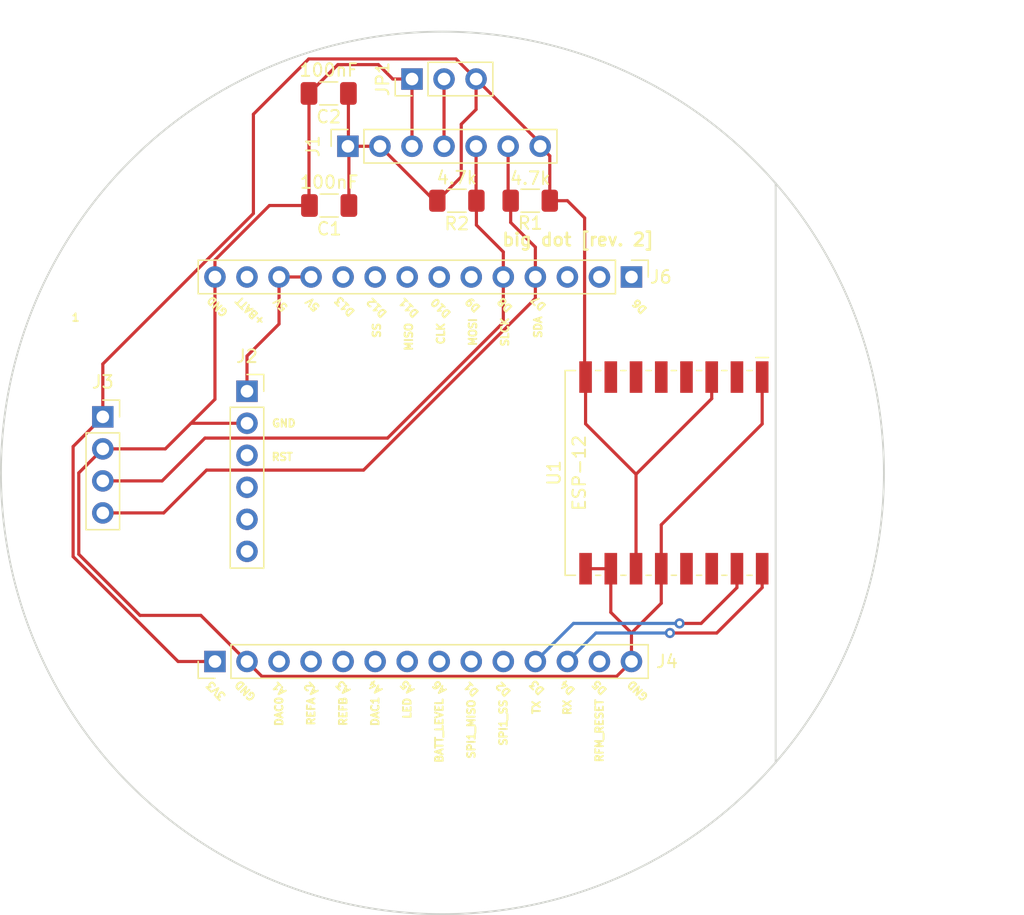
<source format=kicad_pcb>
(kicad_pcb (version 20171130) (host pcbnew 5.1.10)

  (general
    (thickness 1.6)
    (drawings 49)
    (tracks 103)
    (zones 0)
    (modules 15)
    (nets 38)
  )

  (page A4)
  (layers
    (0 F.Cu signal)
    (31 B.Cu signal)
    (32 B.Adhes user)
    (33 F.Adhes user)
    (34 B.Paste user)
    (35 F.Paste user)
    (36 B.SilkS user)
    (37 F.SilkS user)
    (38 B.Mask user)
    (39 F.Mask user)
    (40 Dwgs.User user)
    (41 Cmts.User user)
    (42 Eco1.User user)
    (43 Eco2.User user)
    (44 Edge.Cuts user)
    (45 Margin user)
    (46 B.CrtYd user)
    (47 F.CrtYd user)
    (48 B.Fab user)
    (49 F.Fab user)
  )

  (setup
    (last_trace_width 0.25)
    (trace_clearance 0.2)
    (zone_clearance 0.508)
    (zone_45_only yes)
    (trace_min 0.2)
    (via_size 0.8)
    (via_drill 0.4)
    (via_min_size 0.4)
    (via_min_drill 0.3)
    (uvia_size 0.3)
    (uvia_drill 0.1)
    (uvias_allowed no)
    (uvia_min_size 0.2)
    (uvia_min_drill 0.1)
    (edge_width 0.15)
    (segment_width 0.2)
    (pcb_text_width 0.3)
    (pcb_text_size 1.5 1.5)
    (mod_edge_width 0.15)
    (mod_text_size 1 1)
    (mod_text_width 0.15)
    (pad_size 1.3 1.75)
    (pad_drill 0)
    (pad_to_mask_clearance 0.0508)
    (solder_mask_min_width 0.25)
    (aux_axis_origin 0 0)
    (grid_origin 150 100)
    (visible_elements FFFFFF7F)
    (pcbplotparams
      (layerselection 0x010fc_ffffffff)
      (usegerberextensions true)
      (usegerberattributes false)
      (usegerberadvancedattributes false)
      (creategerberjobfile false)
      (excludeedgelayer true)
      (linewidth 0.100000)
      (plotframeref false)
      (viasonmask false)
      (mode 1)
      (useauxorigin false)
      (hpglpennumber 1)
      (hpglpenspeed 20)
      (hpglpendiameter 15.000000)
      (psnegative false)
      (psa4output false)
      (plotreference true)
      (plotvalue true)
      (plotinvisibletext false)
      (padsonsilk false)
      (subtractmaskfromsilk false)
      (outputformat 1)
      (mirror false)
      (drillshape 0)
      (scaleselection 1)
      (outputdirectory "output"))
  )

  (net 0 "")
  (net 1 VBUS)
  (net 2 GND)
  (net 3 /A1)
  (net 4 +BATT)
  (net 5 /RFM_DIO2)
  (net 6 /A5)
  (net 7 /D3)
  (net 8 /D2)
  (net 9 /D1)
  (net 10 /D11)
  (net 11 /A2)
  (net 12 /A3)
  (net 13 /A4)
  (net 14 /D5)
  (net 15 /D4)
  (net 16 /D7)
  (net 17 /D8)
  (net 18 /D9)
  (net 19 /D10)
  (net 20 /D12)
  (net 21 /RFM_DIO1)
  (net 22 /A6)
  (net 23 /D13)
  (net 24 /+3V3)
  (net 25 /SDO)
  (net 26 /SET)
  (net 27 /TX)
  (net 28 /RX)
  (net 29 /RST)
  (net 30 /RFM_DIO0)
  (net 31 "Net-(U1-Pad2)")
  (net 32 "Net-(U1-Pad4)")
  (net 33 "Net-(U1-Pad5)")
  (net 34 "Net-(U1-Pad6)")
  (net 35 "Net-(U1-Pad7)")
  (net 36 "Net-(U1-Pad13)")
  (net 37 "Net-(U1-Pad14)")

  (net_class Default "This is the default net class."
    (clearance 0.2)
    (trace_width 0.25)
    (via_dia 0.8)
    (via_drill 0.4)
    (uvia_dia 0.3)
    (uvia_drill 0.1)
    (add_net +BATT)
    (add_net /+3V3)
    (add_net /A1)
    (add_net /A2)
    (add_net /A3)
    (add_net /A4)
    (add_net /A5)
    (add_net /A6)
    (add_net /D1)
    (add_net /D10)
    (add_net /D11)
    (add_net /D12)
    (add_net /D13)
    (add_net /D2)
    (add_net /D3)
    (add_net /D4)
    (add_net /D5)
    (add_net /D7)
    (add_net /D8)
    (add_net /D9)
    (add_net /RFM_DIO0)
    (add_net /RFM_DIO1)
    (add_net /RFM_DIO2)
    (add_net /RST)
    (add_net /RX)
    (add_net /SDO)
    (add_net /SET)
    (add_net /TX)
    (add_net GND)
    (add_net "Net-(U1-Pad13)")
    (add_net "Net-(U1-Pad14)")
    (add_net "Net-(U1-Pad2)")
    (add_net "Net-(U1-Pad4)")
    (add_net "Net-(U1-Pad5)")
    (add_net "Net-(U1-Pad6)")
    (add_net "Net-(U1-Pad7)")
    (add_net VBUS)
  )

  (module Connector_PinHeader_2.54mm:PinHeader_1x03_P2.54mm_Vertical (layer F.Cu) (tedit 59FED5CC) (tstamp 60D48E49)
    (at 147.587 68.758 90)
    (descr "Through hole straight pin header, 1x03, 2.54mm pitch, single row")
    (tags "Through hole pin header THT 1x03 2.54mm single row")
    (path /60DFAB9A)
    (fp_text reference JP1 (at 0 -2.33 90) (layer F.SilkS)
      (effects (font (size 1 1) (thickness 0.15)))
    )
    (fp_text value Jumper_NC_Dual (at 0 7.41 90) (layer F.Fab)
      (effects (font (size 1 1) (thickness 0.15)))
    )
    (fp_line (start 1.8 -1.8) (end -1.8 -1.8) (layer F.CrtYd) (width 0.05))
    (fp_line (start 1.8 6.85) (end 1.8 -1.8) (layer F.CrtYd) (width 0.05))
    (fp_line (start -1.8 6.85) (end 1.8 6.85) (layer F.CrtYd) (width 0.05))
    (fp_line (start -1.8 -1.8) (end -1.8 6.85) (layer F.CrtYd) (width 0.05))
    (fp_line (start -1.33 -1.33) (end 0 -1.33) (layer F.SilkS) (width 0.12))
    (fp_line (start -1.33 0) (end -1.33 -1.33) (layer F.SilkS) (width 0.12))
    (fp_line (start -1.33 1.27) (end 1.33 1.27) (layer F.SilkS) (width 0.12))
    (fp_line (start 1.33 1.27) (end 1.33 6.41) (layer F.SilkS) (width 0.12))
    (fp_line (start -1.33 1.27) (end -1.33 6.41) (layer F.SilkS) (width 0.12))
    (fp_line (start -1.33 6.41) (end 1.33 6.41) (layer F.SilkS) (width 0.12))
    (fp_line (start -1.27 -0.635) (end -0.635 -1.27) (layer F.Fab) (width 0.1))
    (fp_line (start -1.27 6.35) (end -1.27 -0.635) (layer F.Fab) (width 0.1))
    (fp_line (start 1.27 6.35) (end -1.27 6.35) (layer F.Fab) (width 0.1))
    (fp_line (start 1.27 -1.27) (end 1.27 6.35) (layer F.Fab) (width 0.1))
    (fp_line (start -0.635 -1.27) (end 1.27 -1.27) (layer F.Fab) (width 0.1))
    (fp_text user %R (at 0 2.54) (layer F.Fab)
      (effects (font (size 1 1) (thickness 0.15)))
    )
    (pad 3 thru_hole oval (at 0 5.08 90) (size 1.7 1.7) (drill 1) (layers *.Cu *.Mask)
      (net 24 /+3V3))
    (pad 2 thru_hole oval (at 0 2.54 90) (size 1.7 1.7) (drill 1) (layers *.Cu *.Mask)
      (net 25 /SDO))
    (pad 1 thru_hole rect (at 0 0 90) (size 1.7 1.7) (drill 1) (layers *.Cu *.Mask)
      (net 2 GND))
    (model ${KISYS3DMOD}/Connector_PinHeader_2.54mm.3dshapes/PinHeader_1x03_P2.54mm_Vertical.wrl
      (at (xyz 0 0 0))
      (scale (xyz 1 1 1))
      (rotate (xyz 0 0 0))
    )
  )

  (module Connector_PinHeader_2.54mm:PinHeader_1x14_P2.54mm_Vertical (layer F.Cu) (tedit 59FED5CC) (tstamp 5F9CBF25)
    (at 164.986 84.46 270)
    (descr "Through hole straight pin header, 1x14, 2.54mm pitch, single row")
    (tags "Through hole pin header THT 1x14 2.54mm single row")
    (path /5ED6A910)
    (fp_text reference J6 (at 0 -2.33 180) (layer F.SilkS)
      (effects (font (size 1 1) (thickness 0.15)))
    )
    (fp_text value Conn_01x14 (at 0 35.35 90) (layer F.Fab)
      (effects (font (size 1 1) (thickness 0.15)))
    )
    (fp_line (start 1.8 -1.8) (end -1.8 -1.8) (layer F.CrtYd) (width 0.05))
    (fp_line (start 1.8 34.8) (end 1.8 -1.8) (layer F.CrtYd) (width 0.05))
    (fp_line (start -1.8 34.8) (end 1.8 34.8) (layer F.CrtYd) (width 0.05))
    (fp_line (start -1.8 -1.8) (end -1.8 34.8) (layer F.CrtYd) (width 0.05))
    (fp_line (start -1.33 -1.33) (end 0 -1.33) (layer F.SilkS) (width 0.12))
    (fp_line (start -1.33 0) (end -1.33 -1.33) (layer F.SilkS) (width 0.12))
    (fp_line (start -1.33 1.27) (end 1.33 1.27) (layer F.SilkS) (width 0.12))
    (fp_line (start 1.33 1.27) (end 1.33 34.35) (layer F.SilkS) (width 0.12))
    (fp_line (start -1.33 1.27) (end -1.33 34.35) (layer F.SilkS) (width 0.12))
    (fp_line (start -1.33 34.35) (end 1.33 34.35) (layer F.SilkS) (width 0.12))
    (fp_line (start -1.27 -0.635) (end -0.635 -1.27) (layer F.Fab) (width 0.1))
    (fp_line (start -1.27 34.29) (end -1.27 -0.635) (layer F.Fab) (width 0.1))
    (fp_line (start 1.27 34.29) (end -1.27 34.29) (layer F.Fab) (width 0.1))
    (fp_line (start 1.27 -1.27) (end 1.27 34.29) (layer F.Fab) (width 0.1))
    (fp_line (start -0.635 -1.27) (end 1.27 -1.27) (layer F.Fab) (width 0.1))
    (fp_text user %R (at 0 16.51) (layer F.Fab)
      (effects (font (size 1 1) (thickness 0.15)))
    )
    (pad 1 thru_hole rect (at 0 0 270) (size 1.7 1.7) (drill 1) (layers *.Cu *.Mask)
      (net 30 /RFM_DIO0))
    (pad 2 thru_hole oval (at 0 2.54 270) (size 1.7 1.7) (drill 1) (layers *.Cu *.Mask)
      (net 21 /RFM_DIO1))
    (pad 3 thru_hole oval (at 0 5.08 270) (size 1.7 1.7) (drill 1) (layers *.Cu *.Mask)
      (net 5 /RFM_DIO2))
    (pad 4 thru_hole oval (at 0 7.62 270) (size 1.7 1.7) (drill 1) (layers *.Cu *.Mask)
      (net 16 /D7))
    (pad 5 thru_hole oval (at 0 10.16 270) (size 1.7 1.7) (drill 1) (layers *.Cu *.Mask)
      (net 17 /D8))
    (pad 6 thru_hole oval (at 0 12.7 270) (size 1.7 1.7) (drill 1) (layers *.Cu *.Mask)
      (net 18 /D9))
    (pad 7 thru_hole oval (at 0 15.24 270) (size 1.7 1.7) (drill 1) (layers *.Cu *.Mask)
      (net 19 /D10))
    (pad 8 thru_hole oval (at 0 17.78 270) (size 1.7 1.7) (drill 1) (layers *.Cu *.Mask)
      (net 10 /D11))
    (pad 9 thru_hole oval (at 0 20.32 270) (size 1.7 1.7) (drill 1) (layers *.Cu *.Mask)
      (net 20 /D12))
    (pad 10 thru_hole oval (at 0 22.86 270) (size 1.7 1.7) (drill 1) (layers *.Cu *.Mask)
      (net 23 /D13))
    (pad 11 thru_hole oval (at 0 25.4 270) (size 1.7 1.7) (drill 1) (layers *.Cu *.Mask)
      (net 1 VBUS))
    (pad 12 thru_hole oval (at 0 27.94 270) (size 1.7 1.7) (drill 1) (layers *.Cu *.Mask)
      (net 1 VBUS))
    (pad 13 thru_hole oval (at 0 30.48 270) (size 1.7 1.7) (drill 1) (layers *.Cu *.Mask)
      (net 4 +BATT))
    (pad 14 thru_hole oval (at 0 33.02 270) (size 1.7 1.7) (drill 1) (layers *.Cu *.Mask)
      (net 2 GND))
    (model ${KISYS3DMOD}/Connector_PinHeader_2.54mm.3dshapes/PinHeader_1x14_P2.54mm_Vertical.wrl
      (at (xyz 0 0 0))
      (scale (xyz 1 1 1))
      (rotate (xyz 0 0 0))
    )
  )

  (module RF_Module:ESP-07 (layer F.Cu) (tedit 5B1D6972) (tstamp 60D48350)
    (at 170.447 100 270)
    (descr "Wi-Fi Module, http://wiki.ai-thinker.com/_media/esp8266/docs/a007ps01a2_esp-07_product_specification_v1.2.pdf")
    (tags "Wi-Fi Module")
    (path /60C5DAB2)
    (attr smd)
    (fp_text reference U1 (at 0 11.6 90) (layer F.SilkS)
      (effects (font (size 1 1) (thickness 0.15)))
    )
    (fp_text value ESP-12 (at 0 9.6 90) (layer F.SilkS)
      (effects (font (size 1 1) (thickness 0.15)))
    )
    (fp_line (start -8 -10.6) (end 8 -10.6) (layer F.Fab) (width 0.1))
    (fp_line (start 8 -10.6) (end 8 10.6) (layer F.Fab) (width 0.1))
    (fp_line (start 8 10.6) (end -8 10.6) (layer F.Fab) (width 0.1))
    (fp_line (start -8 10.6) (end -8 -4.4) (layer F.Fab) (width 0.1))
    (fp_line (start -8 -4.4) (end -7.5 -4.9) (layer F.Fab) (width 0.1))
    (fp_line (start -7.5 -4.9) (end -8 -5.4) (layer F.Fab) (width 0.1))
    (fp_line (start -8 -5.4) (end -8 -10.6) (layer F.Fab) (width 0.1))
    (fp_line (start -9.1 -10.85) (end 9.1 -10.85) (layer F.CrtYd) (width 0.05))
    (fp_line (start 9.1 -10.85) (end 9.1 10.85) (layer F.CrtYd) (width 0.05))
    (fp_line (start 9.1 10.85) (end -9.1 10.85) (layer F.CrtYd) (width 0.05))
    (fp_line (start -9.1 10.85) (end -9.1 -10.85) (layer F.CrtYd) (width 0.05))
    (fp_line (start 8.12 9.9) (end 8.12 10.72) (layer F.SilkS) (width 0.12))
    (fp_line (start 8.12 10.72) (end -8.12 10.72) (layer F.SilkS) (width 0.12))
    (fp_line (start -8.12 10.72) (end -8.12 9.9) (layer F.SilkS) (width 0.12))
    (fp_line (start -9.15 -5.4) (end -9.15 -4.4) (layer F.SilkS) (width 0.12))
    (fp_line (start -23 -25.6) (end 23 -25.6) (layer Dwgs.User) (width 0.12))
    (fp_line (start -23 -25.6) (end -23 -6) (layer Dwgs.User) (width 0.12))
    (fp_line (start 23 -6) (end -23 -6) (layer Dwgs.User) (width 0.12))
    (fp_line (start 23 -6) (end 23 -25.6) (layer Dwgs.User) (width 0.12))
    (fp_line (start -20 -25.6) (end -23 -22.6) (layer Dwgs.User) (width 0.12))
    (fp_line (start -17 -25.6) (end -23 -19.6) (layer Dwgs.User) (width 0.12))
    (fp_line (start -14 -25.6) (end -23 -16.6) (layer Dwgs.User) (width 0.12))
    (fp_line (start -11 -25.6) (end -23 -13.6) (layer Dwgs.User) (width 0.12))
    (fp_line (start -8 -25.6) (end -23 -10.6) (layer Dwgs.User) (width 0.12))
    (fp_line (start -5 -25.6) (end -23 -7.6) (layer Dwgs.User) (width 0.12))
    (fp_line (start -2 -25.6) (end -21.6 -6) (layer Dwgs.User) (width 0.12))
    (fp_line (start 1 -25.6) (end -18.6 -6) (layer Dwgs.User) (width 0.12))
    (fp_line (start -15.6 -6) (end 4 -25.6) (layer Dwgs.User) (width 0.12))
    (fp_line (start -6.6 -6) (end 13 -25.6) (layer Dwgs.User) (width 0.12))
    (fp_line (start 10 -25.6) (end -9.6 -6) (layer Dwgs.User) (width 0.12))
    (fp_line (start 7 -25.6) (end -12.6 -6) (layer Dwgs.User) (width 0.12))
    (fp_line (start 2.4 -6) (end 22 -25.6) (layer Dwgs.User) (width 0.12))
    (fp_line (start 16 -25.6) (end -3.6 -6) (layer Dwgs.User) (width 0.12))
    (fp_line (start 19 -25.6) (end -0.6 -6) (layer Dwgs.User) (width 0.12))
    (fp_line (start 5.4 -6) (end 23 -23.6) (layer Dwgs.User) (width 0.12))
    (fp_line (start 23 -20.6) (end 8.4 -6) (layer Dwgs.User) (width 0.12))
    (fp_line (start 23 -17.6) (end 11.4 -6) (layer Dwgs.User) (width 0.12))
    (fp_line (start 23 -14.6) (end 14.4 -6) (layer Dwgs.User) (width 0.12))
    (fp_line (start 23 -11.6) (end 17.4 -6) (layer Dwgs.User) (width 0.12))
    (fp_line (start 23 -8.6) (end 20.4 -6) (layer Dwgs.User) (width 0.12))
    (fp_line (start -8.12 8.3) (end -8.12 7.9) (layer F.SilkS) (width 0.12))
    (fp_line (start 8.12 8.3) (end 8.12 7.9) (layer F.SilkS) (width 0.12))
    (fp_line (start -8.12 6.3) (end -8.12 5.9) (layer F.SilkS) (width 0.12))
    (fp_line (start 8.12 6.3) (end 8.12 5.9) (layer F.SilkS) (width 0.12))
    (fp_line (start -8.12 4.3) (end -8.12 3.9) (layer F.SilkS) (width 0.12))
    (fp_line (start 8.12 4.3) (end 8.12 3.9) (layer F.SilkS) (width 0.12))
    (fp_line (start -8.12 2.3) (end -8.12 1.9) (layer F.SilkS) (width 0.12))
    (fp_line (start 8.12 2.3) (end 8.12 1.9) (layer F.SilkS) (width 0.12))
    (fp_line (start -8.12 0.3) (end -8.12 -0.1) (layer F.SilkS) (width 0.12))
    (fp_line (start 8.12 0.3) (end 8.12 -0.1) (layer F.SilkS) (width 0.12))
    (fp_line (start -8.12 -1.7) (end -8.12 -2.1) (layer F.SilkS) (width 0.12))
    (fp_line (start 8.12 -1.7) (end 8.12 -2.1) (layer F.SilkS) (width 0.12))
    (fp_line (start -8.12 -3.7) (end -8.12 -4.1) (layer F.SilkS) (width 0.12))
    (fp_line (start 8.12 -3.7) (end 8.12 -4.1) (layer F.SilkS) (width 0.12))
    (fp_text user "No metal, traces, or components\non any PCB layer if using on-board antenna" (at 0 -14.3 270) (layer Cmts.User)
      (effects (font (size 0.8 0.8) (thickness 0.12)))
    )
    (fp_text user "KEEP-OUT ZONE" (at 0 -17.3 270) (layer Cmts.User)
      (effects (font (size 1 1) (thickness 0.15)))
    )
    (fp_text user %R (at 0 0 90) (layer F.Fab)
      (effects (font (size 1 1) (thickness 0.15)))
    )
    (pad 1 smd rect (at -7.6 -4.9 270) (size 2.5 1) (layers F.Cu F.Paste F.Mask)
      (net 2 GND))
    (pad 2 smd rect (at -7.6 -2.9 270) (size 2.5 1) (layers F.Cu F.Paste F.Mask)
      (net 31 "Net-(U1-Pad2)"))
    (pad 3 smd rect (at -7.6 -0.9 270) (size 2.5 1) (layers F.Cu F.Paste F.Mask)
      (net 24 /+3V3))
    (pad 4 smd rect (at -7.6 1.1 270) (size 2.5 1) (layers F.Cu F.Paste F.Mask)
      (net 32 "Net-(U1-Pad4)"))
    (pad 5 smd rect (at -7.6 3.1 270) (size 2.5 1) (layers F.Cu F.Paste F.Mask)
      (net 33 "Net-(U1-Pad5)"))
    (pad 6 smd rect (at -7.6 5.1 270) (size 2.5 1) (layers F.Cu F.Paste F.Mask)
      (net 34 "Net-(U1-Pad6)"))
    (pad 7 smd rect (at -7.6 7.1 270) (size 2.5 1) (layers F.Cu F.Paste F.Mask)
      (net 35 "Net-(U1-Pad7)"))
    (pad 8 smd rect (at -7.6 9.1 270) (size 2.5 1) (layers F.Cu F.Paste F.Mask)
      (net 24 /+3V3))
    (pad 9 smd rect (at 7.6 9.1 270) (size 2.5 1) (layers F.Cu F.Paste F.Mask)
      (net 2 GND))
    (pad 10 smd rect (at 7.6 7.1 270) (size 2.5 1) (layers F.Cu F.Paste F.Mask)
      (net 2 GND))
    (pad 11 smd rect (at 7.6 5.1 270) (size 2.5 1) (layers F.Cu F.Paste F.Mask)
      (net 24 /+3V3))
    (pad 12 smd rect (at 7.6 3.1 270) (size 2.5 1) (layers F.Cu F.Paste F.Mask)
      (net 2 GND))
    (pad 13 smd rect (at 7.6 1.1 270) (size 2.5 1) (layers F.Cu F.Paste F.Mask)
      (net 36 "Net-(U1-Pad13)"))
    (pad 14 smd rect (at 7.6 -0.9 270) (size 2.5 1) (layers F.Cu F.Paste F.Mask)
      (net 37 "Net-(U1-Pad14)"))
    (pad 15 smd rect (at 7.6 -2.9 270) (size 2.5 1) (layers F.Cu F.Paste F.Mask)
      (net 7 /D3))
    (pad 16 smd rect (at 7.6 -4.9 270) (size 2.5 1) (layers F.Cu F.Paste F.Mask)
      (net 15 /D4))
    (model ${KISYS3DMOD}/RF_Module.3dshapes/ESP-07.wrl
      (at (xyz 0 0 0))
      (scale (xyz 1 1 1))
      (rotate (xyz 0 0 0))
    )
  )

  (module Resistor_SMD:R_1206_3216Metric_Pad1.30x1.75mm_HandSolder (layer F.Cu) (tedit 5F68FEEE) (tstamp 60D48303)
    (at 151.143 78.41 180)
    (descr "Resistor SMD 1206 (3216 Metric), square (rectangular) end terminal, IPC_7351 nominal with elongated pad for handsoldering. (Body size source: IPC-SM-782 page 72, https://www.pcb-3d.com/wordpress/wp-content/uploads/ipc-sm-782a_amendment_1_and_2.pdf), generated with kicad-footprint-generator")
    (tags "resistor handsolder")
    (path /60D8A649)
    (attr smd)
    (fp_text reference R2 (at 0 -1.82) (layer F.SilkS)
      (effects (font (size 1 1) (thickness 0.15)))
    )
    (fp_text value 4.7k (at 0 1.82) (layer F.SilkS)
      (effects (font (size 1 1) (thickness 0.15)))
    )
    (fp_line (start 2.45 1.12) (end -2.45 1.12) (layer F.CrtYd) (width 0.05))
    (fp_line (start 2.45 -1.12) (end 2.45 1.12) (layer F.CrtYd) (width 0.05))
    (fp_line (start -2.45 -1.12) (end 2.45 -1.12) (layer F.CrtYd) (width 0.05))
    (fp_line (start -2.45 1.12) (end -2.45 -1.12) (layer F.CrtYd) (width 0.05))
    (fp_line (start -0.727064 0.91) (end 0.727064 0.91) (layer F.SilkS) (width 0.12))
    (fp_line (start -0.727064 -0.91) (end 0.727064 -0.91) (layer F.SilkS) (width 0.12))
    (fp_line (start 1.6 0.8) (end -1.6 0.8) (layer F.Fab) (width 0.1))
    (fp_line (start 1.6 -0.8) (end 1.6 0.8) (layer F.Fab) (width 0.1))
    (fp_line (start -1.6 -0.8) (end 1.6 -0.8) (layer F.Fab) (width 0.1))
    (fp_line (start -1.6 0.8) (end -1.6 -0.8) (layer F.Fab) (width 0.1))
    (fp_text user %R (at 0 0) (layer F.Fab)
      (effects (font (size 0.8 0.8) (thickness 0.12)))
    )
    (pad 2 smd roundrect (at 1.55 0 180) (size 1.3 1.75) (layers F.Cu F.Paste F.Mask) (roundrect_rratio 0.192308)
      (net 24 /+3V3))
    (pad 1 smd roundrect (at -1.55 0 180) (size 1.3 1.75) (layers F.Cu F.Paste F.Mask) (roundrect_rratio 0.192308)
      (net 17 /D8))
    (model ${KISYS3DMOD}/Resistor_SMD.3dshapes/R_1206_3216Metric.wrl
      (at (xyz 0 0 0))
      (scale (xyz 1 1 1))
      (rotate (xyz 0 0 0))
    )
  )

  (module Resistor_SMD:R_1206_3216Metric_Pad1.30x1.75mm_HandSolder (layer F.Cu) (tedit 5F68FEEE) (tstamp 60D482F2)
    (at 156.959 78.41)
    (descr "Resistor SMD 1206 (3216 Metric), square (rectangular) end terminal, IPC_7351 nominal with elongated pad for handsoldering. (Body size source: IPC-SM-782 page 72, https://www.pcb-3d.com/wordpress/wp-content/uploads/ipc-sm-782a_amendment_1_and_2.pdf), generated with kicad-footprint-generator")
    (tags "resistor handsolder")
    (path /60D89C96)
    (attr smd)
    (fp_text reference R1 (at 0 1.778) (layer F.SilkS)
      (effects (font (size 1 1) (thickness 0.15)))
    )
    (fp_text value 4.7k (at 0 -1.778) (layer F.SilkS)
      (effects (font (size 1 1) (thickness 0.15)))
    )
    (fp_line (start 2.45 1.12) (end -2.45 1.12) (layer F.CrtYd) (width 0.05))
    (fp_line (start 2.45 -1.12) (end 2.45 1.12) (layer F.CrtYd) (width 0.05))
    (fp_line (start -2.45 -1.12) (end 2.45 -1.12) (layer F.CrtYd) (width 0.05))
    (fp_line (start -2.45 1.12) (end -2.45 -1.12) (layer F.CrtYd) (width 0.05))
    (fp_line (start -0.727064 0.91) (end 0.727064 0.91) (layer F.SilkS) (width 0.12))
    (fp_line (start -0.727064 -0.91) (end 0.727064 -0.91) (layer F.SilkS) (width 0.12))
    (fp_line (start 1.6 0.8) (end -1.6 0.8) (layer F.Fab) (width 0.1))
    (fp_line (start 1.6 -0.8) (end 1.6 0.8) (layer F.Fab) (width 0.1))
    (fp_line (start -1.6 -0.8) (end 1.6 -0.8) (layer F.Fab) (width 0.1))
    (fp_line (start -1.6 0.8) (end -1.6 -0.8) (layer F.Fab) (width 0.1))
    (fp_text user %R (at 0 0) (layer F.Fab)
      (effects (font (size 0.8 0.8) (thickness 0.12)))
    )
    (pad 2 smd roundrect (at 1.55 0) (size 1.3 1.75) (layers F.Cu F.Paste F.Mask) (roundrect_rratio 0.192308)
      (net 24 /+3V3))
    (pad 1 smd roundrect (at -1.55 0) (size 1.3 1.75) (layers F.Cu F.Paste F.Mask) (roundrect_rratio 0.192308)
      (net 16 /D7))
    (model ${KISYS3DMOD}/Resistor_SMD.3dshapes/R_1206_3216Metric.wrl
      (at (xyz 0 0 0))
      (scale (xyz 1 1 1))
      (rotate (xyz 0 0 0))
    )
  )

  (module Connector_PinSocket_2.54mm:PinSocket_1x04_P2.54mm_Vertical (layer F.Cu) (tedit 5A19A429) (tstamp 60D48247)
    (at 123.076 95.555)
    (descr "Through hole straight socket strip, 1x04, 2.54mm pitch, single row (from Kicad 4.0.7), script generated")
    (tags "Through hole socket strip THT 1x04 2.54mm single row")
    (path /60C5E53E)
    (fp_text reference J3 (at 0 -2.77) (layer F.SilkS)
      (effects (font (size 1 1) (thickness 0.15)))
    )
    (fp_text value Conn_01x04 (at 0 10.39) (layer F.Fab)
      (effects (font (size 1 1) (thickness 0.15)))
    )
    (fp_line (start -1.8 9.4) (end -1.8 -1.8) (layer F.CrtYd) (width 0.05))
    (fp_line (start 1.75 9.4) (end -1.8 9.4) (layer F.CrtYd) (width 0.05))
    (fp_line (start 1.75 -1.8) (end 1.75 9.4) (layer F.CrtYd) (width 0.05))
    (fp_line (start -1.8 -1.8) (end 1.75 -1.8) (layer F.CrtYd) (width 0.05))
    (fp_line (start 0 -1.33) (end 1.33 -1.33) (layer F.SilkS) (width 0.12))
    (fp_line (start 1.33 -1.33) (end 1.33 0) (layer F.SilkS) (width 0.12))
    (fp_line (start 1.33 1.27) (end 1.33 8.95) (layer F.SilkS) (width 0.12))
    (fp_line (start -1.33 8.95) (end 1.33 8.95) (layer F.SilkS) (width 0.12))
    (fp_line (start -1.33 1.27) (end -1.33 8.95) (layer F.SilkS) (width 0.12))
    (fp_line (start -1.33 1.27) (end 1.33 1.27) (layer F.SilkS) (width 0.12))
    (fp_line (start -1.27 8.89) (end -1.27 -1.27) (layer F.Fab) (width 0.1))
    (fp_line (start 1.27 8.89) (end -1.27 8.89) (layer F.Fab) (width 0.1))
    (fp_line (start 1.27 -0.635) (end 1.27 8.89) (layer F.Fab) (width 0.1))
    (fp_line (start 0.635 -1.27) (end 1.27 -0.635) (layer F.Fab) (width 0.1))
    (fp_line (start -1.27 -1.27) (end 0.635 -1.27) (layer F.Fab) (width 0.1))
    (fp_text user %R (at 0 3.81 90) (layer F.Fab)
      (effects (font (size 1 1) (thickness 0.15)))
    )
    (pad 4 thru_hole oval (at 0 7.62) (size 1.7 1.7) (drill 1) (layers *.Cu *.Mask)
      (net 16 /D7))
    (pad 3 thru_hole oval (at 0 5.08) (size 1.7 1.7) (drill 1) (layers *.Cu *.Mask)
      (net 17 /D8))
    (pad 2 thru_hole oval (at 0 2.54) (size 1.7 1.7) (drill 1) (layers *.Cu *.Mask)
      (net 2 GND))
    (pad 1 thru_hole rect (at 0 0) (size 1.7 1.7) (drill 1) (layers *.Cu *.Mask)
      (net 24 /+3V3))
    (model ${KISYS3DMOD}/Connector_PinSocket_2.54mm.3dshapes/PinSocket_1x04_P2.54mm_Vertical.wrl
      (at (xyz 0 0 0))
      (scale (xyz 1 1 1))
      (rotate (xyz 0 0 0))
    )
  )

  (module Connector_PinSocket_2.54mm:PinSocket_1x06_P2.54mm_Vertical (layer F.Cu) (tedit 5A19A430) (tstamp 60D4822F)
    (at 134.506 93.523)
    (descr "Through hole straight socket strip, 1x06, 2.54mm pitch, single row (from Kicad 4.0.7), script generated")
    (tags "Through hole socket strip THT 1x06 2.54mm single row")
    (path /60C57F04)
    (fp_text reference J2 (at 0 -2.77) (layer F.SilkS)
      (effects (font (size 1 1) (thickness 0.15)))
    )
    (fp_text value Conn_01x06 (at 0 15.47) (layer F.Fab)
      (effects (font (size 1 1) (thickness 0.15)))
    )
    (fp_line (start -1.8 14.45) (end -1.8 -1.8) (layer F.CrtYd) (width 0.05))
    (fp_line (start 1.75 14.45) (end -1.8 14.45) (layer F.CrtYd) (width 0.05))
    (fp_line (start 1.75 -1.8) (end 1.75 14.45) (layer F.CrtYd) (width 0.05))
    (fp_line (start -1.8 -1.8) (end 1.75 -1.8) (layer F.CrtYd) (width 0.05))
    (fp_line (start 0 -1.33) (end 1.33 -1.33) (layer F.SilkS) (width 0.12))
    (fp_line (start 1.33 -1.33) (end 1.33 0) (layer F.SilkS) (width 0.12))
    (fp_line (start 1.33 1.27) (end 1.33 14.03) (layer F.SilkS) (width 0.12))
    (fp_line (start -1.33 14.03) (end 1.33 14.03) (layer F.SilkS) (width 0.12))
    (fp_line (start -1.33 1.27) (end -1.33 14.03) (layer F.SilkS) (width 0.12))
    (fp_line (start -1.33 1.27) (end 1.33 1.27) (layer F.SilkS) (width 0.12))
    (fp_line (start -1.27 13.97) (end -1.27 -1.27) (layer F.Fab) (width 0.1))
    (fp_line (start 1.27 13.97) (end -1.27 13.97) (layer F.Fab) (width 0.1))
    (fp_line (start 1.27 -0.635) (end 1.27 13.97) (layer F.Fab) (width 0.1))
    (fp_line (start 0.635 -1.27) (end 1.27 -0.635) (layer F.Fab) (width 0.1))
    (fp_line (start -1.27 -1.27) (end 0.635 -1.27) (layer F.Fab) (width 0.1))
    (fp_text user %R (at 0 6.35 90) (layer F.Fab)
      (effects (font (size 1 1) (thickness 0.15)))
    )
    (pad 6 thru_hole oval (at 0 12.7) (size 1.7 1.7) (drill 1) (layers *.Cu *.Mask)
      (net 26 /SET))
    (pad 5 thru_hole oval (at 0 10.16) (size 1.7 1.7) (drill 1) (layers *.Cu *.Mask)
      (net 27 /TX))
    (pad 4 thru_hole oval (at 0 7.62) (size 1.7 1.7) (drill 1) (layers *.Cu *.Mask)
      (net 28 /RX))
    (pad 3 thru_hole oval (at 0 5.08) (size 1.7 1.7) (drill 1) (layers *.Cu *.Mask)
      (net 29 /RST))
    (pad 2 thru_hole oval (at 0 2.54) (size 1.7 1.7) (drill 1) (layers *.Cu *.Mask)
      (net 2 GND))
    (pad 1 thru_hole rect (at 0 0) (size 1.7 1.7) (drill 1) (layers *.Cu *.Mask)
      (net 1 VBUS))
    (model ${KISYS3DMOD}/Connector_PinSocket_2.54mm.3dshapes/PinSocket_1x06_P2.54mm_Vertical.wrl
      (at (xyz 0 0 0))
      (scale (xyz 1 1 1))
      (rotate (xyz 0 0 0))
    )
  )

  (module Connector_PinSocket_2.54mm:PinSocket_1x07_P2.54mm_Vertical (layer F.Cu) (tedit 5A19A433) (tstamp 60D486DF)
    (at 142.507 74.092 90)
    (descr "Through hole straight socket strip, 1x07, 2.54mm pitch, single row (from Kicad 4.0.7), script generated")
    (tags "Through hole socket strip THT 1x07 2.54mm single row")
    (path /60DA4847)
    (fp_text reference J1 (at 0 -2.77 90) (layer F.SilkS)
      (effects (font (size 1 1) (thickness 0.15)))
    )
    (fp_text value Conn_01x06 (at 0 18.01 90) (layer F.Fab)
      (effects (font (size 1 1) (thickness 0.15)))
    )
    (fp_line (start -1.8 17) (end -1.8 -1.8) (layer F.CrtYd) (width 0.05))
    (fp_line (start 1.75 17) (end -1.8 17) (layer F.CrtYd) (width 0.05))
    (fp_line (start 1.75 -1.8) (end 1.75 17) (layer F.CrtYd) (width 0.05))
    (fp_line (start -1.8 -1.8) (end 1.75 -1.8) (layer F.CrtYd) (width 0.05))
    (fp_line (start 0 -1.33) (end 1.33 -1.33) (layer F.SilkS) (width 0.12))
    (fp_line (start 1.33 -1.33) (end 1.33 0) (layer F.SilkS) (width 0.12))
    (fp_line (start 1.33 1.27) (end 1.33 16.57) (layer F.SilkS) (width 0.12))
    (fp_line (start -1.33 16.57) (end 1.33 16.57) (layer F.SilkS) (width 0.12))
    (fp_line (start -1.33 1.27) (end -1.33 16.57) (layer F.SilkS) (width 0.12))
    (fp_line (start -1.33 1.27) (end 1.33 1.27) (layer F.SilkS) (width 0.12))
    (fp_line (start -1.27 16.51) (end -1.27 -1.27) (layer F.Fab) (width 0.1))
    (fp_line (start 1.27 16.51) (end -1.27 16.51) (layer F.Fab) (width 0.1))
    (fp_line (start 1.27 -0.635) (end 1.27 16.51) (layer F.Fab) (width 0.1))
    (fp_line (start 0.635 -1.27) (end 1.27 -0.635) (layer F.Fab) (width 0.1))
    (fp_line (start -1.27 -1.27) (end 0.635 -1.27) (layer F.Fab) (width 0.1))
    (fp_text user %R (at 0 7.62) (layer F.Fab)
      (effects (font (size 1 1) (thickness 0.15)))
    )
    (pad 7 thru_hole oval (at 0 15.24 90) (size 1.7 1.7) (drill 1) (layers *.Cu *.Mask)
      (net 24 /+3V3))
    (pad 6 thru_hole oval (at 0 12.7 90) (size 1.7 1.7) (drill 1) (layers *.Cu *.Mask)
      (net 16 /D7))
    (pad 5 thru_hole oval (at 0 10.16 90) (size 1.7 1.7) (drill 1) (layers *.Cu *.Mask)
      (net 17 /D8))
    (pad 4 thru_hole oval (at 0 7.62 90) (size 1.7 1.7) (drill 1) (layers *.Cu *.Mask)
      (net 25 /SDO))
    (pad 3 thru_hole oval (at 0 5.08 90) (size 1.7 1.7) (drill 1) (layers *.Cu *.Mask)
      (net 2 GND))
    (pad 2 thru_hole oval (at 0 2.54 90) (size 1.7 1.7) (drill 1) (layers *.Cu *.Mask)
      (net 24 /+3V3))
    (pad 1 thru_hole rect (at 0 0 90) (size 1.7 1.7) (drill 1) (layers *.Cu *.Mask)
      (net 24 /+3V3))
    (model ${KISYS3DMOD}/Connector_PinSocket_2.54mm.3dshapes/PinSocket_1x07_P2.54mm_Vertical.wrl
      (at (xyz 0 0 0))
      (scale (xyz 1 1 1))
      (rotate (xyz 0 0 0))
    )
  )

  (module Capacitor_SMD:C_1206_3216Metric_Pad1.33x1.80mm_HandSolder (layer F.Cu) (tedit 5F68FEEF) (tstamp 60D481FA)
    (at 140.983 69.901 180)
    (descr "Capacitor SMD 1206 (3216 Metric), square (rectangular) end terminal, IPC_7351 nominal with elongated pad for handsoldering. (Body size source: IPC-SM-782 page 76, https://www.pcb-3d.com/wordpress/wp-content/uploads/ipc-sm-782a_amendment_1_and_2.pdf), generated with kicad-footprint-generator")
    (tags "capacitor handsolder")
    (path /60D76798)
    (attr smd)
    (fp_text reference C2 (at 0 -1.85) (layer F.SilkS)
      (effects (font (size 1 1) (thickness 0.15)))
    )
    (fp_text value 100nF (at 0 1.85) (layer F.SilkS)
      (effects (font (size 1 1) (thickness 0.15)))
    )
    (fp_line (start 2.48 1.15) (end -2.48 1.15) (layer F.CrtYd) (width 0.05))
    (fp_line (start 2.48 -1.15) (end 2.48 1.15) (layer F.CrtYd) (width 0.05))
    (fp_line (start -2.48 -1.15) (end 2.48 -1.15) (layer F.CrtYd) (width 0.05))
    (fp_line (start -2.48 1.15) (end -2.48 -1.15) (layer F.CrtYd) (width 0.05))
    (fp_line (start -0.711252 0.91) (end 0.711252 0.91) (layer F.SilkS) (width 0.12))
    (fp_line (start -0.711252 -0.91) (end 0.711252 -0.91) (layer F.SilkS) (width 0.12))
    (fp_line (start 1.6 0.8) (end -1.6 0.8) (layer F.Fab) (width 0.1))
    (fp_line (start 1.6 -0.8) (end 1.6 0.8) (layer F.Fab) (width 0.1))
    (fp_line (start -1.6 -0.8) (end 1.6 -0.8) (layer F.Fab) (width 0.1))
    (fp_line (start -1.6 0.8) (end -1.6 -0.8) (layer F.Fab) (width 0.1))
    (fp_text user %R (at 0 0) (layer F.Fab)
      (effects (font (size 0.8 0.8) (thickness 0.12)))
    )
    (pad 2 smd roundrect (at 1.5625 0 180) (size 1.325 1.8) (layers F.Cu F.Paste F.Mask) (roundrect_rratio 0.188679)
      (net 2 GND))
    (pad 1 smd roundrect (at -1.5625 0 180) (size 1.325 1.8) (layers F.Cu F.Paste F.Mask) (roundrect_rratio 0.188679)
      (net 24 /+3V3))
    (model ${KISYS3DMOD}/Capacitor_SMD.3dshapes/C_1206_3216Metric.wrl
      (at (xyz 0 0 0))
      (scale (xyz 1 1 1))
      (rotate (xyz 0 0 0))
    )
  )

  (module Capacitor_SMD:C_1206_3216Metric_Pad1.33x1.80mm_HandSolder (layer F.Cu) (tedit 5F68FEEF) (tstamp 60D481E9)
    (at 141.0215 78.791 180)
    (descr "Capacitor SMD 1206 (3216 Metric), square (rectangular) end terminal, IPC_7351 nominal with elongated pad for handsoldering. (Body size source: IPC-SM-782 page 76, https://www.pcb-3d.com/wordpress/wp-content/uploads/ipc-sm-782a_amendment_1_and_2.pdf), generated with kicad-footprint-generator")
    (tags "capacitor handsolder")
    (path /60D76DAF)
    (attr smd)
    (fp_text reference C1 (at 0 -1.85) (layer F.SilkS)
      (effects (font (size 1 1) (thickness 0.15)))
    )
    (fp_text value 100nF (at 0 1.85) (layer F.SilkS)
      (effects (font (size 1 1) (thickness 0.15)))
    )
    (fp_line (start 2.48 1.15) (end -2.48 1.15) (layer F.CrtYd) (width 0.05))
    (fp_line (start 2.48 -1.15) (end 2.48 1.15) (layer F.CrtYd) (width 0.05))
    (fp_line (start -2.48 -1.15) (end 2.48 -1.15) (layer F.CrtYd) (width 0.05))
    (fp_line (start -2.48 1.15) (end -2.48 -1.15) (layer F.CrtYd) (width 0.05))
    (fp_line (start -0.711252 0.91) (end 0.711252 0.91) (layer F.SilkS) (width 0.12))
    (fp_line (start -0.711252 -0.91) (end 0.711252 -0.91) (layer F.SilkS) (width 0.12))
    (fp_line (start 1.6 0.8) (end -1.6 0.8) (layer F.Fab) (width 0.1))
    (fp_line (start 1.6 -0.8) (end 1.6 0.8) (layer F.Fab) (width 0.1))
    (fp_line (start -1.6 -0.8) (end 1.6 -0.8) (layer F.Fab) (width 0.1))
    (fp_line (start -1.6 0.8) (end -1.6 -0.8) (layer F.Fab) (width 0.1))
    (fp_text user %R (at 0 0) (layer F.Fab)
      (effects (font (size 0.8 0.8) (thickness 0.12)))
    )
    (pad 2 smd roundrect (at 1.5625 0 180) (size 1.325 1.8) (layers F.Cu F.Paste F.Mask) (roundrect_rratio 0.188679)
      (net 2 GND))
    (pad 1 smd roundrect (at -1.5625 0 180) (size 1.325 1.8) (layers F.Cu F.Paste F.Mask) (roundrect_rratio 0.188679)
      (net 24 /+3V3))
    (model ${KISYS3DMOD}/Capacitor_SMD.3dshapes/C_1206_3216Metric.wrl
      (at (xyz 0 0 0))
      (scale (xyz 1 1 1))
      (rotate (xyz 0 0 0))
    )
  )

  (module Connector_PinHeader_2.54mm:PinHeader_1x14_P2.54mm_Vertical (layer F.Cu) (tedit 59FED5CC) (tstamp 5F71CEE4)
    (at 131.966 114.9606 90)
    (descr "Through hole straight pin header, 1x14, 2.54mm pitch, single row")
    (tags "Through hole pin header THT 1x14 2.54mm single row")
    (path /5ED682BE)
    (fp_text reference J4 (at 0 35.834 180) (layer F.SilkS)
      (effects (font (size 1 1) (thickness 0.15)))
    )
    (fp_text value Conn_01x08 (at 0 35.35 90) (layer F.Fab)
      (effects (font (size 1 1) (thickness 0.15)))
    )
    (fp_line (start -0.635 -1.27) (end 1.27 -1.27) (layer F.Fab) (width 0.1))
    (fp_line (start 1.27 -1.27) (end 1.27 34.29) (layer F.Fab) (width 0.1))
    (fp_line (start 1.27 34.29) (end -1.27 34.29) (layer F.Fab) (width 0.1))
    (fp_line (start -1.27 34.29) (end -1.27 -0.635) (layer F.Fab) (width 0.1))
    (fp_line (start -1.27 -0.635) (end -0.635 -1.27) (layer F.Fab) (width 0.1))
    (fp_line (start -1.33 34.35) (end 1.33 34.35) (layer F.SilkS) (width 0.12))
    (fp_line (start -1.33 1.27) (end -1.33 34.35) (layer F.SilkS) (width 0.12))
    (fp_line (start 1.33 1.27) (end 1.33 34.35) (layer F.SilkS) (width 0.12))
    (fp_line (start -1.33 1.27) (end 1.33 1.27) (layer F.SilkS) (width 0.12))
    (fp_line (start -1.33 0) (end -1.33 -1.33) (layer F.SilkS) (width 0.12))
    (fp_line (start -1.33 -1.33) (end 0 -1.33) (layer F.SilkS) (width 0.12))
    (fp_line (start -1.8 -1.8) (end -1.8 34.8) (layer F.CrtYd) (width 0.05))
    (fp_line (start -1.8 34.8) (end 1.8 34.8) (layer F.CrtYd) (width 0.05))
    (fp_line (start 1.8 34.8) (end 1.8 -1.8) (layer F.CrtYd) (width 0.05))
    (fp_line (start 1.8 -1.8) (end -1.8 -1.8) (layer F.CrtYd) (width 0.05))
    (fp_text user %R (at 0 16.51) (layer F.Fab)
      (effects (font (size 1 1) (thickness 0.15)))
    )
    (pad 14 thru_hole oval (at 0 33.02 90) (size 1.7 1.7) (drill 1) (layers *.Cu *.Mask)
      (net 2 GND))
    (pad 13 thru_hole oval (at 0 30.48 90) (size 1.7 1.7) (drill 1) (layers *.Cu *.Mask)
      (net 14 /D5))
    (pad 12 thru_hole oval (at 0 27.94 90) (size 1.7 1.7) (drill 1) (layers *.Cu *.Mask)
      (net 15 /D4))
    (pad 11 thru_hole oval (at 0 25.4 90) (size 1.7 1.7) (drill 1) (layers *.Cu *.Mask)
      (net 7 /D3))
    (pad 10 thru_hole oval (at 0 22.86 90) (size 1.7 1.7) (drill 1) (layers *.Cu *.Mask)
      (net 8 /D2))
    (pad 9 thru_hole oval (at 0 20.32 90) (size 1.7 1.7) (drill 1) (layers *.Cu *.Mask)
      (net 9 /D1))
    (pad 8 thru_hole oval (at 0 17.78 90) (size 1.7 1.7) (drill 1) (layers *.Cu *.Mask)
      (net 22 /A6))
    (pad 7 thru_hole oval (at 0 15.24 90) (size 1.7 1.7) (drill 1) (layers *.Cu *.Mask)
      (net 6 /A5))
    (pad 6 thru_hole oval (at 0 12.7 90) (size 1.7 1.7) (drill 1) (layers *.Cu *.Mask)
      (net 13 /A4))
    (pad 5 thru_hole oval (at 0 10.16 90) (size 1.7 1.7) (drill 1) (layers *.Cu *.Mask)
      (net 12 /A3))
    (pad 4 thru_hole oval (at 0 7.62 90) (size 1.7 1.7) (drill 1) (layers *.Cu *.Mask)
      (net 11 /A2))
    (pad 3 thru_hole oval (at 0 5.08 90) (size 1.7 1.7) (drill 1) (layers *.Cu *.Mask)
      (net 3 /A1))
    (pad 2 thru_hole oval (at 0 2.54 90) (size 1.7 1.7) (drill 1) (layers *.Cu *.Mask)
      (net 2 GND))
    (pad 1 thru_hole rect (at 0 0 90) (size 1.7 1.7) (drill 1) (layers *.Cu *.Mask)
      (net 24 /+3V3))
    (model ${KISYS3DMOD}/Connector_PinHeader_2.54mm.3dshapes/PinHeader_1x14_P2.54mm_Vertical.wrl
      (at (xyz 0 0 0))
      (scale (xyz 1 1 1))
      (rotate (xyz 0 0 0))
    )
  )

  (module MountingHole:MountingHole_2.2mm_M2 locked (layer F.Cu) (tedit 56D1B4CB) (tstamp 5F72AB56)
    (at 130 120)
    (descr "Mounting Hole 2.2mm, no annular, M2")
    (tags "mounting hole 2.2mm no annular m2")
    (attr virtual)
    (fp_text reference REF** (at 0 -3.2) (layer F.SilkS) hide
      (effects (font (size 1 1) (thickness 0.15)))
    )
    (fp_text value MountingHole_2.2mm_M2 (at 0 3.2) (layer F.Fab)
      (effects (font (size 1 1) (thickness 0.15)))
    )
    (fp_circle (center 0 0) (end 2.2 0) (layer Cmts.User) (width 0.15))
    (fp_circle (center 0 0) (end 2.45 0) (layer F.CrtYd) (width 0.05))
    (fp_text user %R (at 0.3 0) (layer F.Fab)
      (effects (font (size 1 1) (thickness 0.15)))
    )
    (pad 1 np_thru_hole circle (at 0 0) (size 2.2 2.2) (drill 2.2) (layers *.Cu *.Mask))
  )

  (module MountingHole:MountingHole_2.2mm_M2 locked (layer F.Cu) (tedit 56D1B4CB) (tstamp 5F72ABB9)
    (at 170 120)
    (descr "Mounting Hole 2.2mm, no annular, M2")
    (tags "mounting hole 2.2mm no annular m2")
    (attr virtual)
    (fp_text reference REF** (at 0 -3.2) (layer F.SilkS) hide
      (effects (font (size 1 1) (thickness 0.15)))
    )
    (fp_text value MountingHole_2.2mm_M2 (at 0 3.2) (layer F.Fab)
      (effects (font (size 1 1) (thickness 0.15)))
    )
    (fp_circle (center 0 0) (end 2.2 0) (layer Cmts.User) (width 0.15))
    (fp_circle (center 0 0) (end 2.45 0) (layer F.CrtYd) (width 0.05))
    (fp_text user %R (at 0.3 0) (layer F.Fab)
      (effects (font (size 1 1) (thickness 0.15)))
    )
    (pad 1 np_thru_hole circle (at 0 0) (size 2.2 2.2) (drill 2.2) (layers *.Cu *.Mask))
  )

  (module MountingHole:MountingHole_2.2mm_M2 locked (layer F.Cu) (tedit 56D1B4CB) (tstamp 5F72AAB4)
    (at 130 80)
    (descr "Mounting Hole 2.2mm, no annular, M2")
    (tags "mounting hole 2.2mm no annular m2")
    (attr virtual)
    (fp_text reference REF** (at 0 -3.2) (layer F.SilkS) hide
      (effects (font (size 1 1) (thickness 0.15)))
    )
    (fp_text value MountingHole_2.2mm_M2 (at 0 3.2) (layer F.Fab)
      (effects (font (size 1 1) (thickness 0.15)))
    )
    (fp_circle (center 0 0) (end 2.2 0) (layer Cmts.User) (width 0.15))
    (fp_circle (center 0 0) (end 2.45 0) (layer F.CrtYd) (width 0.05))
    (fp_text user %R (at 0.3 0) (layer F.Fab)
      (effects (font (size 1 1) (thickness 0.15)))
    )
    (pad 1 np_thru_hole circle (at 0 0) (size 2.2 2.2) (drill 2.2) (layers *.Cu *.Mask))
  )

  (module MountingHole:MountingHole_2.2mm_M2 locked (layer F.Cu) (tedit 56D1B4CB) (tstamp 5F72AA51)
    (at 170 80)
    (descr "Mounting Hole 2.2mm, no annular, M2")
    (tags "mounting hole 2.2mm no annular m2")
    (attr virtual)
    (fp_text reference REF** (at 0 -3.2) (layer F.SilkS) hide
      (effects (font (size 1 1) (thickness 0.15)))
    )
    (fp_text value MountingHole_2.2mm_M2 (at 0 3.2) (layer F.Fab)
      (effects (font (size 1 1) (thickness 0.15)))
    )
    (fp_circle (center 0 0) (end 2.2 0) (layer Cmts.User) (width 0.15))
    (fp_circle (center 0 0) (end 2.45 0) (layer F.CrtYd) (width 0.05))
    (fp_text user %R (at 0.3 0) (layer F.Fab)
      (effects (font (size 1 1) (thickness 0.15)))
    )
    (pad 1 np_thru_hole circle (at 0 0) (size 2.2 2.2) (drill 2.2) (layers *.Cu *.Mask))
  )

  (gr_text D9 (at 152.413 86.665 135) (layer F.SilkS) (tstamp 60DA8A3D)
    (effects (font (size 0.6 0.6) (thickness 0.15)))
  )
  (gr_text D7 (at 157.62 86.538 135) (layer F.SilkS) (tstamp 60DA8A3C)
    (effects (font (size 0.6 0.6) (thickness 0.15)))
  )
  (gr_text D8 (at 154.953 86.665 135) (layer F.SilkS) (tstamp 60DA8A3B)
    (effects (font (size 0.6 0.6) (thickness 0.15)))
  )
  (gr_text 5V (at 139.713 86.6396 135) (layer F.SilkS) (tstamp 60DA8A3A)
    (effects (font (size 0.6 0.6) (thickness 0.15)))
  )
  (gr_text D13 (at 142.253 86.792 135) (layer F.SilkS) (tstamp 60DA8A39)
    (effects (font (size 0.6 0.6) (thickness 0.15)))
  )
  (gr_text D12 (at 144.793 86.8936 135) (layer F.SilkS) (tstamp 60DA8A38)
    (effects (font (size 0.6 0.6) (thickness 0.15)))
  )
  (gr_text D10 (at 149.873 86.919 135) (layer F.SilkS) (tstamp 60DA8A37)
    (effects (font (size 0.6 0.6) (thickness 0.15)))
  )
  (gr_text 5V (at 137.173 86.6396 135) (layer F.SilkS) (tstamp 60DA8A36)
    (effects (font (size 0.6 0.6) (thickness 0.15)))
  )
  (gr_text D11 (at 147.333 86.8936 135) (layer F.SilkS) (tstamp 60DA8A35)
    (effects (font (size 0.6 0.6) (thickness 0.15)))
  )
  (gr_text D6 (at 165.621 86.792 135) (layer F.SilkS) (tstamp 60DA8A34)
    (effects (font (size 0.6 0.6) (thickness 0.15)))
  )
  (gr_text GND (at 132.1692 86.792 135) (layer F.SilkS) (tstamp 60DA8A33)
    (effects (font (size 0.6 0.6) (thickness 0.15)))
  )
  (gr_text +BATT (at 134.76 87.173 135) (layer F.SilkS) (tstamp 60DA8A32)
    (effects (font (size 0.6 0.6) (thickness 0.15)))
  )
  (gr_text SDA (at 157.577 88.443 90) (layer F.SilkS) (tstamp 60DA8D07)
    (effects (font (size 0.6 0.6) (thickness 0.15)))
  )
  (gr_text SLCK (at 154.953 88.824 90) (layer F.SilkS) (tstamp 60DA8A2E)
    (effects (font (size 0.6 0.6) (thickness 0.15)))
  )
  (gr_text MOSI (at 152.413 88.824 90) (layer F.SilkS) (tstamp 60DA8A2D)
    (effects (font (size 0.6 0.6) (thickness 0.15)))
  )
  (gr_text CLK (at 149.873 88.951 90) (layer F.SilkS) (tstamp 60DA8A2C)
    (effects (font (size 0.6 0.6) (thickness 0.15)))
  )
  (gr_text MISO (at 147.333 89.205 90) (layer F.SilkS) (tstamp 60DA8A2B)
    (effects (font (size 0.6 0.6) (thickness 0.15)))
  )
  (gr_text SS (at 144.793 88.697 90) (layer F.SilkS) (tstamp 60DA8A2A)
    (effects (font (size 0.6 0.6) (thickness 0.15)))
  )
  (gr_text RST (at 137.3 98.73) (layer F.SilkS)
    (effects (font (size 0.6 0.6) (thickness 0.15)))
  )
  (gr_text GND (at 137.427 96.063) (layer F.SilkS)
    (effects (font (size 0.6 0.6) (thickness 0.15)))
  )
  (gr_line (start 176.416 122.987) (end 176.416 77.013) (layer Edge.Cuts) (width 0.15))
  (gr_circle (center 150 100) (end 185 100) (layer Edge.Cuts) (width 0.15) (tstamp 60D48FF2))
  (gr_text "big dot [rev. 2]" (at 160.75 81.5) (layer F.SilkS)
    (effects (font (size 1 1) (thickness 0.2)))
  )
  (gr_text DAC0 (at 137.046 118.923 90) (layer F.SilkS) (tstamp 5FC1A400)
    (effects (font (size 0.6 0.6) (thickness 0.15)))
  )
  (gr_text REFA (at 139.586 118.923 90) (layer F.SilkS) (tstamp 5FC1A934)
    (effects (font (size 0.6 0.6) (thickness 0.15)))
  )
  (gr_text REFB (at 142.126 118.923 90) (layer F.SilkS) (tstamp 5FC1A400)
    (effects (font (size 0.6 0.6) (thickness 0.15)))
  )
  (gr_text DAC1 (at 144.666 118.923 90) (layer F.SilkS) (tstamp 5FC1A400)
    (effects (font (size 0.6 0.6) (thickness 0.15)))
  )
  (gr_text LED (at 147.206 118.669 90) (layer F.SilkS) (tstamp 5FC1A400)
    (effects (font (size 0.6 0.6) (thickness 0.15)))
  )
  (gr_text BATT_LEVEL (at 149.746 120.447 90) (layer F.SilkS) (tstamp 5FC1A400)
    (effects (font (size 0.6 0.6) (thickness 0.15)))
  )
  (gr_text SPI1_MISO (at 152.286 120.32 90) (layer F.SilkS) (tstamp 5FC1A400)
    (effects (font (size 0.6 0.6) (thickness 0.15)))
  )
  (gr_text SPI1_SS (at 154.826 119.812 90) (layer F.SilkS) (tstamp 5FC1A400)
    (effects (font (size 0.6 0.6) (thickness 0.15)))
  )
  (gr_text TX (at 157.45 118.6 90) (layer F.SilkS) (tstamp 5FC1A400)
    (effects (font (size 0.6 0.6) (thickness 0.15)))
  )
  (gr_text RX (at 159.9 118.6 90) (layer F.SilkS) (tstamp 5FC1A39C)
    (effects (font (size 0.6 0.6) (thickness 0.15)))
  )
  (gr_text RFM_RESET (at 162.446 120.447 90) (layer F.SilkS) (tstamp 5FC1A39C)
    (effects (font (size 0.6 0.6) (thickness 0.15)))
  )
  (gr_text 1 (at 120.917 87.681) (layer F.SilkS) (tstamp 5FA8DCC1)
    (effects (font (size 0.6 0.6) (thickness 0.15)))
  )
  (gr_text GND (at 134.379 117.272 135) (layer F.SilkS) (tstamp 5F71E2EB)
    (effects (font (size 0.6 0.6) (thickness 0.15)))
  )
  (gr_text 3V3 (at 132.0422 117.272 135) (layer F.SilkS) (tstamp 5F71E2E8)
    (effects (font (size 0.6 0.6) (thickness 0.15)))
  )
  (gr_text GND (at 165.494 117.272 135) (layer F.SilkS) (tstamp 5F71E255)
    (effects (font (size 0.6 0.6) (thickness 0.15)))
  )
  (gr_text A5 (at 147.206 116.9926 135) (layer F.SilkS) (tstamp 5F71E2E5)
    (effects (font (size 0.6 0.6) (thickness 0.15)))
  )
  (gr_text A1 (at 137.046 117.1196 135) (layer F.SilkS) (tstamp 5F71E2E2)
    (effects (font (size 0.6 0.6) (thickness 0.15)))
  )
  (gr_text A6 (at 149.746 117.018 135) (layer F.SilkS) (tstamp 5F71E2DF)
    (effects (font (size 0.6 0.6) (thickness 0.15)))
  )
  (gr_text A4 (at 144.666 116.9926 135) (layer F.SilkS) (tstamp 5F71E2DC)
    (effects (font (size 0.6 0.6) (thickness 0.15)))
  )
  (gr_text A3 (at 142.126 117.018 135) (layer F.SilkS) (tstamp 5FC1AB61)
    (effects (font (size 0.6 0.6) (thickness 0.15)))
  )
  (gr_text A2 (at 139.586 117.1196 135) (layer F.SilkS) (tstamp 5F71E2D6)
    (effects (font (size 0.6 0.6) (thickness 0.15)))
  )
  (gr_text D2 (at 154.826 117.145 135) (layer F.SilkS) (tstamp 5F6C2DEF)
    (effects (font (size 0.6 0.6) (thickness 0.15)))
  )
  (gr_text D3 (at 157.493 117.018 135) (layer F.SilkS) (tstamp 5F6C2DEE)
    (effects (font (size 0.6 0.6) (thickness 0.15)))
  )
  (gr_text D1 (at 152.286 117.145 135) (layer F.SilkS) (tstamp 5FBB00B8)
    (effects (font (size 0.6 0.6) (thickness 0.15)))
  )
  (gr_text D5 (at 162.446 117.018 135) (layer F.SilkS) (tstamp 5F6C2DEF)
    (effects (font (size 0.6 0.6) (thickness 0.15)))
  )
  (gr_text D4 (at 159.906 117.018 135) (layer F.SilkS) (tstamp 5F6C2DED)
    (effects (font (size 0.6 0.6) (thickness 0.15)))
  )

  (segment (start 134.506 93.523) (end 134.506 90.729) (width 0.25) (layer F.Cu) (net 1))
  (segment (start 137.046 88.189) (end 137.046 84.46) (width 0.25) (layer F.Cu) (net 1))
  (segment (start 134.506 90.729) (end 137.046 88.189) (width 0.25) (layer F.Cu) (net 1))
  (segment (start 137.046 84.46) (end 139.586 84.46) (width 0.25) (layer F.Cu) (net 1))
  (segment (start 139.4205 78.7525) (end 139.459 78.791) (width 0.25) (layer F.Cu) (net 2))
  (segment (start 139.4205 69.901) (end 139.4205 78.7525) (width 0.25) (layer F.Cu) (net 2))
  (segment (start 147.587 68.758) (end 146.063 68.758) (width 0.25) (layer F.Cu) (net 2))
  (segment (start 146.063 68.758) (end 144.92 67.615) (width 0.25) (layer F.Cu) (net 2))
  (segment (start 141.7065 67.615) (end 139.4205 69.901) (width 0.25) (layer F.Cu) (net 2))
  (segment (start 144.92 67.615) (end 141.7065 67.615) (width 0.25) (layer F.Cu) (net 2))
  (segment (start 147.587 74.092) (end 147.587 68.758) (width 0.25) (layer F.Cu) (net 2))
  (segment (start 123.076 98.095) (end 128.029 98.095) (width 0.25) (layer F.Cu) (net 2))
  (segment (start 130.061 96.063) (end 134.506 96.063) (width 0.25) (layer F.Cu) (net 2))
  (segment (start 128.029 98.095) (end 130.061 96.063) (width 0.25) (layer F.Cu) (net 2))
  (segment (start 139.459 78.791) (end 136.284 78.791) (width 0.25) (layer F.Cu) (net 2))
  (segment (start 131.966 83.109) (end 131.966 84.46) (width 0.25) (layer F.Cu) (net 2))
  (segment (start 136.284 78.791) (end 131.966 83.109) (width 0.25) (layer F.Cu) (net 2))
  (segment (start 130.8484 111.303) (end 134.506 114.9606) (width 0.25) (layer F.Cu) (net 2))
  (segment (start 126.023398 111.303) (end 130.8484 111.303) (width 0.25) (layer F.Cu) (net 2))
  (segment (start 121.171 106.450602) (end 126.023398 111.303) (width 0.25) (layer F.Cu) (net 2))
  (segment (start 121.171 100) (end 121.171 106.450602) (width 0.25) (layer F.Cu) (net 2))
  (segment (start 123.076 98.095) (end 121.171 100) (width 0.25) (layer F.Cu) (net 2))
  (segment (start 161.347 107.6) (end 163.347 107.6) (width 0.25) (layer F.Cu) (net 2))
  (segment (start 164.986 114.9606) (end 164.986 112.7) (width 0.25) (layer F.Cu) (net 2))
  (segment (start 167.347 110.339) (end 167.347 107.6) (width 0.25) (layer F.Cu) (net 2))
  (segment (start 164.986 112.7) (end 167.347 110.339) (width 0.25) (layer F.Cu) (net 2))
  (segment (start 163.347 111.061) (end 163.347 107.6) (width 0.25) (layer F.Cu) (net 2))
  (segment (start 164.986 112.7) (end 163.347 111.061) (width 0.25) (layer F.Cu) (net 2))
  (segment (start 131.966 94.158) (end 130.061 96.063) (width 0.25) (layer F.Cu) (net 2))
  (segment (start 131.966 84.46) (end 131.966 94.158) (width 0.25) (layer F.Cu) (net 2))
  (segment (start 167.347 107.6) (end 167.347 104.116) (width 0.25) (layer F.Cu) (net 2))
  (segment (start 175.347 96.116) (end 175.347 92.4) (width 0.25) (layer F.Cu) (net 2))
  (segment (start 167.347 104.116) (end 175.347 96.116) (width 0.25) (layer F.Cu) (net 2))
  (segment (start 163.810999 116.135601) (end 164.986 114.9606) (width 0.25) (layer F.Cu) (net 2))
  (segment (start 135.681001 116.135601) (end 163.810999 116.135601) (width 0.25) (layer F.Cu) (net 2))
  (segment (start 134.506 114.9606) (end 135.681001 116.135601) (width 0.25) (layer F.Cu) (net 2))
  (via (at 168.796 111.938) (size 0.8) (drill 0.4) (layers F.Cu B.Cu) (net 7))
  (segment (start 170.509 111.938) (end 168.796 111.938) (width 0.25) (layer F.Cu) (net 7))
  (segment (start 173.347 109.1) (end 170.509 111.938) (width 0.25) (layer F.Cu) (net 7))
  (segment (start 173.347 107.6) (end 173.347 109.1) (width 0.25) (layer F.Cu) (net 7))
  (segment (start 160.3886 111.938) (end 157.366 114.9606) (width 0.25) (layer B.Cu) (net 7))
  (segment (start 168.796 111.938) (end 160.3886 111.938) (width 0.25) (layer B.Cu) (net 7))
  (via (at 168.034 112.7) (size 0.8) (drill 0.4) (layers F.Cu B.Cu) (net 15))
  (segment (start 162.1666 112.7) (end 168.034 112.7) (width 0.25) (layer B.Cu) (net 15))
  (segment (start 159.906 114.9606) (end 162.1666 112.7) (width 0.25) (layer B.Cu) (net 15))
  (segment (start 171.747 112.7) (end 175.347 109.1) (width 0.25) (layer F.Cu) (net 15))
  (segment (start 175.347 109.1) (end 175.347 107.6) (width 0.25) (layer F.Cu) (net 15))
  (segment (start 168.034 112.7) (end 171.747 112.7) (width 0.25) (layer F.Cu) (net 15))
  (segment (start 155.207 78.208) (end 155.409 78.41) (width 0.25) (layer F.Cu) (net 16))
  (segment (start 155.207 74.092) (end 155.207 78.208) (width 0.25) (layer F.Cu) (net 16))
  (segment (start 155.409 78.41) (end 155.409 80.136) (width 0.25) (layer F.Cu) (net 16))
  (segment (start 157.366 82.093) (end 157.366 84.46) (width 0.25) (layer F.Cu) (net 16))
  (segment (start 155.409 80.136) (end 157.366 82.093) (width 0.25) (layer F.Cu) (net 16))
  (segment (start 123.076 103.175) (end 127.902 103.175) (width 0.25) (layer F.Cu) (net 16))
  (segment (start 157.366 86.15841) (end 157.366 84.46) (width 0.25) (layer F.Cu) (net 16))
  (segment (start 143.746409 99.778001) (end 157.366 86.15841) (width 0.25) (layer F.Cu) (net 16))
  (segment (start 131.298999 99.778001) (end 143.746409 99.778001) (width 0.25) (layer F.Cu) (net 16))
  (segment (start 127.902 103.175) (end 131.298999 99.778001) (width 0.25) (layer F.Cu) (net 16))
  (segment (start 152.667 78.384) (end 152.693 78.41) (width 0.25) (layer F.Cu) (net 17))
  (segment (start 152.667 74.092) (end 152.667 78.384) (width 0.25) (layer F.Cu) (net 17))
  (segment (start 152.693 78.41) (end 152.693 80.341) (width 0.25) (layer F.Cu) (net 17))
  (segment (start 154.826 82.474) (end 154.826 84.46) (width 0.25) (layer F.Cu) (net 17))
  (segment (start 152.693 80.341) (end 154.826 82.474) (width 0.25) (layer F.Cu) (net 17))
  (segment (start 123.076 100.635) (end 127.775 100.635) (width 0.25) (layer F.Cu) (net 17))
  (segment (start 131.171999 97.238001) (end 145.649999 97.238001) (width 0.25) (layer F.Cu) (net 17))
  (segment (start 127.775 100.635) (end 131.171999 97.238001) (width 0.25) (layer F.Cu) (net 17))
  (segment (start 154.826 88.062) (end 154.826 84.46) (width 0.25) (layer F.Cu) (net 17))
  (segment (start 145.649999 97.238001) (end 154.826 88.062) (width 0.25) (layer F.Cu) (net 17))
  (segment (start 142.5455 74.0535) (end 142.507 74.092) (width 0.25) (layer F.Cu) (net 24))
  (segment (start 142.5455 69.901) (end 142.5455 74.0535) (width 0.25) (layer F.Cu) (net 24))
  (segment (start 142.507 74.092) (end 145.047 74.092) (width 0.25) (layer F.Cu) (net 24))
  (segment (start 149.365 78.41) (end 149.593 78.41) (width 0.25) (layer F.Cu) (net 24))
  (segment (start 145.047 74.092) (end 149.365 78.41) (width 0.25) (layer F.Cu) (net 24))
  (segment (start 157.747 73.838) (end 157.747 74.092) (width 0.25) (layer F.Cu) (net 24))
  (segment (start 152.667 68.758) (end 157.747 73.838) (width 0.25) (layer F.Cu) (net 24))
  (segment (start 158.509 74.854) (end 157.747 74.092) (width 0.25) (layer F.Cu) (net 24))
  (segment (start 158.509 78.41) (end 158.509 74.854) (width 0.25) (layer F.Cu) (net 24))
  (segment (start 120.72099 97.91001) (end 123.076 95.555) (width 0.25) (layer F.Cu) (net 24))
  (segment (start 120.72099 106.637002) (end 120.72099 97.91001) (width 0.25) (layer F.Cu) (net 24))
  (segment (start 129.044588 114.9606) (end 120.72099 106.637002) (width 0.25) (layer F.Cu) (net 24))
  (segment (start 131.966 114.9606) (end 129.044588 114.9606) (width 0.25) (layer F.Cu) (net 24))
  (segment (start 142.584 74.169) (end 142.507 74.092) (width 0.25) (layer F.Cu) (net 24))
  (segment (start 142.584 78.791) (end 142.584 74.169) (width 0.25) (layer F.Cu) (net 24))
  (segment (start 158.509 78.41) (end 159.906 78.41) (width 0.25) (layer F.Cu) (net 24))
  (segment (start 161.270999 92.323999) (end 161.347 92.4) (width 0.25) (layer F.Cu) (net 24))
  (segment (start 161.270999 79.774999) (end 161.270999 92.323999) (width 0.25) (layer F.Cu) (net 24))
  (segment (start 159.906 78.41) (end 161.270999 79.774999) (width 0.25) (layer F.Cu) (net 24))
  (segment (start 152.667 68.758) (end 152.667 71.171) (width 0.25) (layer F.Cu) (net 24))
  (segment (start 151.491999 76.511001) (end 149.593 78.41) (width 0.25) (layer F.Cu) (net 24))
  (segment (start 151.491999 72.346001) (end 151.491999 76.511001) (width 0.25) (layer F.Cu) (net 24))
  (segment (start 152.667 71.171) (end 151.491999 72.346001) (width 0.25) (layer F.Cu) (net 24))
  (segment (start 161.347 92.4) (end 161.347 96.107) (width 0.25) (layer F.Cu) (net 24))
  (segment (start 165.347 100.107) (end 165.347 107.6) (width 0.25) (layer F.Cu) (net 24))
  (segment (start 161.347 96.107) (end 165.347 100.107) (width 0.25) (layer F.Cu) (net 24))
  (segment (start 171.347 94.107) (end 165.347 100.107) (width 0.25) (layer F.Cu) (net 24))
  (segment (start 171.347 92.4) (end 171.347 94.107) (width 0.25) (layer F.Cu) (net 24))
  (segment (start 151.07399 67.16499) (end 139.40101 67.16499) (width 0.25) (layer F.Cu) (net 24))
  (segment (start 152.667 68.758) (end 151.07399 67.16499) (width 0.25) (layer F.Cu) (net 24))
  (segment (start 139.40101 67.16499) (end 135.014 71.552) (width 0.25) (layer F.Cu) (net 24))
  (segment (start 123.076 91.36259) (end 123.076 95.555) (width 0.25) (layer F.Cu) (net 24))
  (segment (start 135.014 79.42459) (end 123.076 91.36259) (width 0.25) (layer F.Cu) (net 24))
  (segment (start 135.014 71.552) (end 135.014 79.42459) (width 0.25) (layer F.Cu) (net 24))
  (segment (start 150.127 74.092) (end 150.127 68.758) (width 0.25) (layer F.Cu) (net 25))

)

</source>
